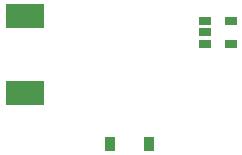
<source format=gtp>
G04 ---------------------------- Layer name :TOP PASTER LAYER*
G04 EasyEDA v5.4.12, Wed, 30 May 2018 14:54:02 GMT*
G04 28c5c568ee064045b2737d890bb1bb74*
G04 Gerber Generator version 0.2*
G04 Scale: 100 percent, Rotated: No, Reflected: No *
G04 Dimensions in inches *
G04 leading zeros omitted , absolute positions ,2 integer and 4 decimal *
%FSLAX24Y24*%
%MOIN*%
G90*
G70D02*

%ADD17R,0.126000X0.078700*%
%ADD18R,0.041732X0.025591*%
%ADD19R,0.035800X0.048000*%

%LPD*%
G54D17*
G01X14100Y5280D03*
G01X14100Y2719D03*
G54D18*
G01X20100Y5100D03*
G01X20100Y4726D03*
G01X20100Y4351D03*
G01X20965Y4351D03*
G01X20965Y5100D03*
G54D19*
G01X18239Y1000D03*
G01X16960Y1000D03*
M00*
M02*

</source>
